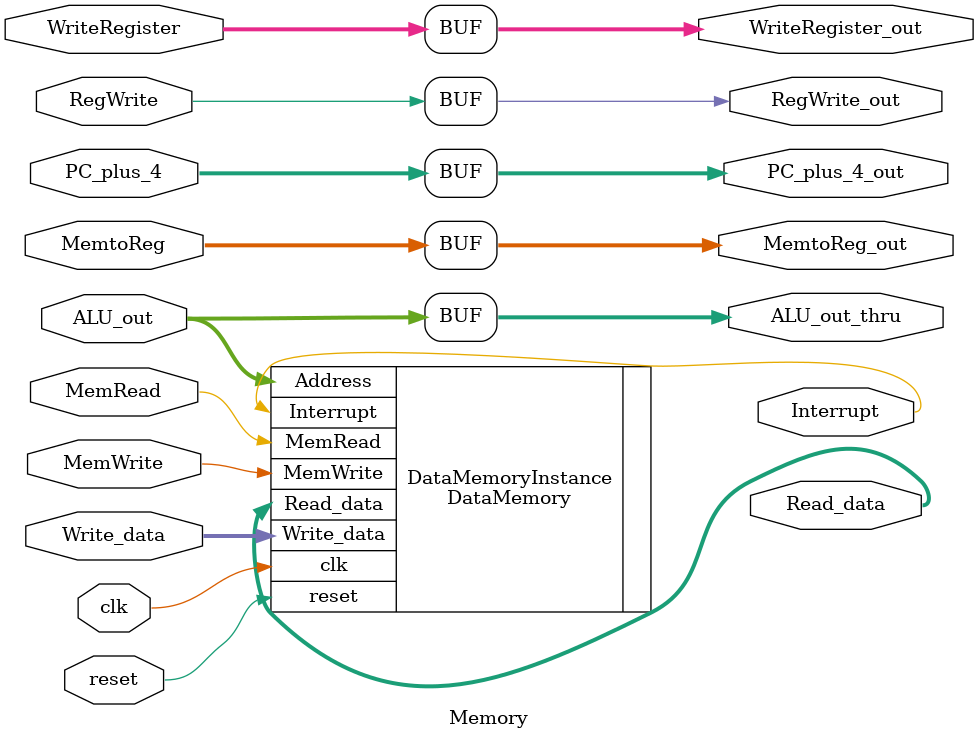
<source format=v>

module Memory(reset, clk, ALU_out, Write_data, PC_plus_4, MemWrite, MemRead, 
    RegWrite, WriteRegister, MemtoReg, Read_data, PC_plus_4_out, 
    RegWrite_out, WriteRegister_out, MemtoReg_out, ALU_out_thru, Interrupt);
    input reset, clk;
    input [31:0] ALU_out; // thru to WB
    input [31:0] Write_data; // for sw instruction
    input [31:0] PC_plus_4; // thru to WB
    input MemWrite;
    input MemRead;
    input RegWrite; // thru to WB
    input [4:0] WriteRegister; // thru to WB
    input [1:0] MemtoReg; // thru to WB
    output [31:0] Read_data;
    output [31:0] PC_plus_4_out;
    output RegWrite_out;
    output [4:0] WriteRegister_out; 
    output [1:0] MemtoReg_out;
    output [31:0] ALU_out_thru; 
    output Interrupt;
    
    // through to WB
    assign RegWrite_out = RegWrite;
    assign PC_plus_4_out = PC_plus_4[31:0];
    assign WriteRegister_out = WriteRegister[4:0];
    assign ALU_out_thru = ALU_out[31:0];
    assign MemtoReg_out = MemtoReg[1:0];
    
    DataMemory DataMemoryInstance(.reset(reset), .clk(clk),
     .Address(ALU_out), .Write_data(Write_data), .Read_data(Read_data), 
     .MemRead(MemRead), .MemWrite(MemWrite), .Interrupt(Interrupt));
     
endmodule

</source>
